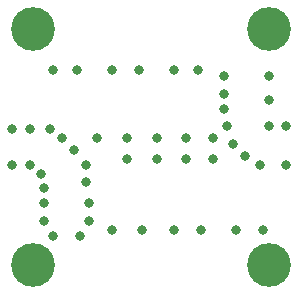
<source format=gbs>
G04*
G04 #@! TF.GenerationSoftware,Altium Limited,Altium Designer,24.0.1 (36)*
G04*
G04 Layer_Color=16711935*
%FSLAX25Y25*%
%MOIN*%
G70*
G04*
G04 #@! TF.SameCoordinates,547C949A-E5A6-49C9-BC53-363AC5528938*
G04*
G04*
G04 #@! TF.FilePolarity,Negative*
G04*
G01*
G75*
%ADD14C,0.14580*%
%ADD15C,0.03162*%
D14*
X88583Y9843D02*
D03*
Y88583D02*
D03*
X9843D02*
D03*
Y9843D02*
D03*
D15*
X76772Y50197D02*
D03*
X73819Y62008D02*
D03*
X64961Y74803D02*
D03*
X57087D02*
D03*
X45276D02*
D03*
X36417D02*
D03*
X24606D02*
D03*
X16732D02*
D03*
X31496Y52165D02*
D03*
X69882D02*
D03*
Y45276D02*
D03*
X61024D02*
D03*
Y52165D02*
D03*
X51181Y45276D02*
D03*
Y52165D02*
D03*
X41339D02*
D03*
Y45276D02*
D03*
X86614Y21654D02*
D03*
X77756D02*
D03*
X65945D02*
D03*
X57087D02*
D03*
X46260D02*
D03*
X36417D02*
D03*
X88583Y56102D02*
D03*
X94488D02*
D03*
X88583Y64961D02*
D03*
Y72835D02*
D03*
X73819D02*
D03*
Y66929D02*
D03*
X74803Y56102D02*
D03*
X80709Y46260D02*
D03*
X85630Y43307D02*
D03*
X94488D02*
D03*
X25591Y19685D02*
D03*
X16732D02*
D03*
X13780Y35433D02*
D03*
X2953Y43307D02*
D03*
X8858D02*
D03*
X12795Y40354D02*
D03*
X13780Y30512D02*
D03*
Y24606D02*
D03*
X28543D02*
D03*
Y30512D02*
D03*
X27559Y37402D02*
D03*
Y43307D02*
D03*
X23622Y48228D02*
D03*
X19685Y52165D02*
D03*
X15748Y55118D02*
D03*
X8858D02*
D03*
X2953D02*
D03*
M02*

</source>
